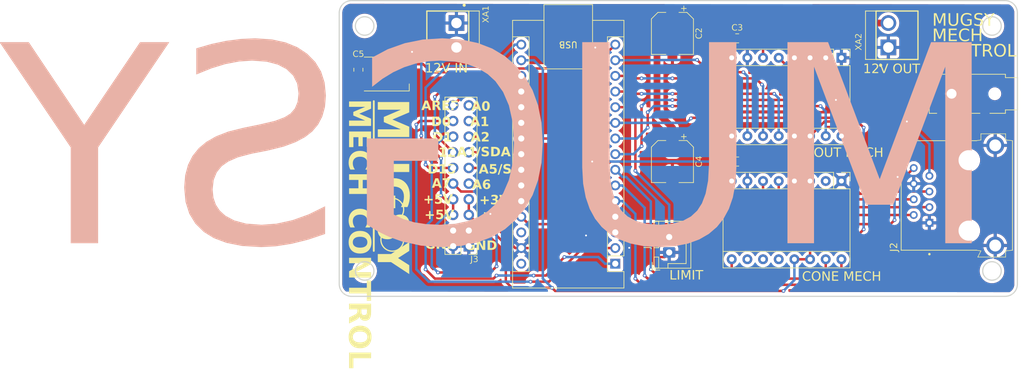
<source format=kicad_pcb>
(kicad_pcb (version 20240108) (generator "pcbnew") (generator_version "8.0")
  (layers (0 "F.Cu" signal) (31 "B.Cu" signal) (34 "B.Paste" user) (35 "F.Paste" user) (36 "B.SilkS" user "B.Silkscreen") (37 "F.SilkS" user "F.Silkscreen") (38 "B.Mask" user) (39 "F.Mask" user) (44 "Edge.Cuts" user))
  (net 0 "")
  (net 1 "SPOUT_M1")
  (net 2 "SPOUT_M0")
  (net 4 "CONE_DIR")
  (net 6 "SPOUT_DIR")
  (net 7 "SPOUT_LIMIT")
  (net 8 "SPOUT_STEP")
  (net 9 "SPOUT_M2")
  (net 10 "STATUS_LED")
  (net 11 "+5V")
  (net 12 "CONE_EN")
  (net 13 "+3.3V")
  (net 15 "CONE_STEP")
  (net 16 "+12V")
  (net 19 "CONE_OUT_1")
  (net 20 "CONE_OUT_3")
  (net 22 "GND")
  (net 24 "CONE_OUT_4")
  (net 25 "CONE_OUT_2")
  (net 26 "SPOUT_EN")
  (net 27 "SPOUT_OUT_3")
  (net 29 "SPOUT_OUT_1")
  (net 30 "SPOUT_OUT_4")
  (net 31 "SPOUT_OUT_2")
  (net 32 "D12")
  (net 33 "A0")
  (net 34 "A4{slash}SDA")
  (net 35 "D1")
  (net 36 "A1")
  (net 37 "D13")
  (net 38 "A2")
  (net 39 "D0")
  (net 40 "A6")
  (net 41 "AREF")
  (net 42 "A5{slash}SCL")
  (net 43 "A7")
  (footprint "Capacitor_SMD:C_0805_2012Metric" (layer "F.Cu") (at 74.6 48.1 -90)
    (property "Reference" "C5")
    (property "Value" "100nf")
  )
  (footprint "Capacitor_SMD:C_0805_2012Metric" (layer "F.Cu") (at 136 63)
    (property "Reference" "C1")
    (property "Value" "100nf")
  )
  (footprint "mugsy:JST_B2P-VH_LF__SN_" (layer "F.Cu") (at 160.5 42.5 90)
    (property "Reference" "XA2")
    (property "Value" "B2P-VH_LF__SN_" (hide yes))
  )
  (footprint "Module:Arduino_Nano" (layer "F.Cu") (at 116.24 79.58 180)
    (property "Reference" "A1" (hide yes))
    (property "Value" "Arduino_Nano_v3.x" (hide yes))
  )
  (footprint "LED_SMD:LED_SK6812_PLCC4_5.0x5.0mm_P3.2mm" (layer "F.Cu") (at 79.2 48.8)
    (property "Reference" "D1")
    (property "Value" "SK6812" (hide yes))
  )
  (footprint "Capacitor_SMD:CP_Elec_6.3x7.7" (layer "F.Cu") (at 125.5 63 -90)
    (property "Reference" "C4")
    (property "Value" "47uf")
  )
  (footprint "Capacitor_SMD:C_0805_2012Metric" (layer "F.Cu") (at 136 43)
    (property "Reference" "C3")
    (property "Value" "100nf")
  )
  (footprint "Module:Pololu_Breakout-16_15.2x20.3mm" (layer "F.Cu") (at 152.89 46.16 -90)
    (property "Reference" "A3" (hide yes))
    (property "Value" "Pololu_Breakout_DRV8825" (hide yes))
  )
  (footprint "Connector_PinHeader_2.54mm:PinHeader_2x10_P2.54mm_Vertical" (layer "F.Cu") (at 92.5 76.74 180)
    (property "Reference" "J3")
    (property "Value" "Conn_02x10_Odd_Even" (hide yes))
  )
  (footprint "Capacitor_SMD:CP_Elec_6.3x7.7" (layer "F.Cu") (at 125.5 42.2 -90)
    (property "Reference" "C2")
    (property "Value" "47uf")
  )
  (footprint "Connector_JST:JST_XH_B2B-XH-A_1x02_P2.50mm_Vertical" (layer "F.Cu") (at 124.975 77.75 90)
    (property "Reference" "J4")
    (property "Value" "Conn_01x02_Pin")
  )
  (footprint "Module:Pololu_Breakout-16_15.2x20.3mm" (layer "F.Cu") (at 152.89 66.16 -90)
    (property "Reference" "A2" (hide yes))
    (property "Value" "Pololu_Breakout_DRV8825" (hide yes))
  )
  (footprint "mugsy:JST_B2P-VH_LF__SN_" (layer "F.Cu") (at 90.5 42.5 -90)
    (property "Reference" "XA1")
    (property "Value" "B2P-VH_LF__SN_" (hide yes))
  )
  (footprint "Connector_Audio:Jack_3.5mm_KoreanHropartsElec_PJ-320D-4A_Horizontal" (layer "F.Cu") (at 173 52 180)
    (property "Reference" "J1")
    (property "Value" "AudioJack4" (hide yes))
  )
  (footprint "mugsy:MUGSY_RJ45-8N-B" (layer "F.Cu") (at 173.5 68.5 90)
    (property "Reference" "J2")
    (property "Value" "~")
  )
  (gr_circle (center 80.1 70.8) (end 81.943909 70.8) (stroke (width 0.2)) (fill none) (layer "F.SilkS"))
  (gr_circle (center 80.1 75.7) (end 81.943909 75.7) (stroke (width 0.2)) (fill none) (layer "F.SilkS"))
  (gr_line (start 77.1 53.2) (end 77.1 77.5) (stroke (width 0.3)) (layer "F.SilkS"))
  (gr_poly (pts (xy 179.517805 36.879328) (xy 179.619372 36.887052) (xy 179.719463 36.899771) (xy 179.817952 36.917359) (xy 179.914712 36.939691) (xy 180.009619 36.966642) (xy 180.102547 36.998086) (xy 180.19337 37.033896) (xy 180.281962 37.073948) (xy 180.368198 37.118115) (xy 180.451952 37.166273) (xy 180.533098 37.218295) (xy 180.611511 37.274055) (xy 180.687066 37.333429) (xy 180.759635 37.39629) (xy 180.829094 37.462513) (xy 180.895317 37.531972) (xy 180.958179 37.604541) (xy 181.017553 37.680095) (xy 181.073314 37.758507) (xy 181.125336 37.839654) (xy 181.173494 37.923408) (xy 181.217662 38.009644) (xy 181.257714 38.098236) (xy 181.293525 38.189059) (xy 181.324969 38.281988) (xy 181.35192 38.376895) (xy 181.374253 38.473657) (xy 181.391842 38.572146) (xy 181.404561 38.672238) (xy 181.412284 38.773806) (xy 181.414887 38.876726) (xy 181.414887 82.876726) (xy 181.412284 82.979646) (xy 181.404561 83.081214) (xy 181.391842 83.181306) (xy 181.374253 83.279795) (xy 181.35192 83.376557) (xy 181.324969 83.471464) (xy 181.293525 83.564393) (xy 181.257714 83.655216) (xy 181.217662 83.743808) (xy 181.173494 83.830044) (xy 181.125336 83.913798) (xy 181.073314 83.994945) (xy 181.017553 84.073357) (xy 180.958179 84.148911) (xy 180.895317 84.22148) (xy 180.829094 84.290939) (xy 180.759635 84.357162) (xy 180.687066 84.420023) (xy 180.611511 84.479397) (xy 180.533098 84.535157) (xy 180.451952 84.587179) (xy 180.368198 84.635337) (xy 180.281962 84.679504) (xy 180.19337 84.719556) (xy 180.102547 84.755366) (xy 180.009619 84.78681) (xy 179.914712 84.813761) (xy 179.817952 84.836093) (xy 179.719463 84.853681) (xy 179.619372 84.8664) (xy 179.517805 84.874124) (xy 179.414887 84.876726) (xy 73.5 84.876726) (xy 73.397079 84.874124) (xy 73.295509 84.8664) (xy 73.195416 84.853681) (xy 73.096926 84.836093) (xy 73.000164 84.813761) (xy 72.905256 84.78681) (xy 72.812327 84.755366) (xy 72.721504 84.719556) (xy 72.632911 84.679504) (xy 72.546675 84.635337) (xy 72.462921 84.587179) (xy 72.381775 84.535157) (xy 72.303362 84.479397) (xy 72.227808 84.420023) (xy 72.15524 84.357162) (xy 72.085781 84.290939) (xy 72.019559 84.22148) (xy 71.956698 84.148911) (xy 71.897325 84.073357) (xy 71.841565 83.994945) (xy 71.789543 83.913798) (xy 71.741386 83.830044) (xy 71.697219 83.743808) (xy 71.657168 83.655216) (xy 71.621358 83.564393) (xy 71.589915 83.471464) (xy 71.562964 83.376557) (xy 71.540632 83.279795) (xy 71.523044 83.181306) (xy 71.510326 83.081214) (xy 71.502602 82.979646) (xy 71.5 82.876726) (xy 71.5 38.876726) (xy 71.502602 38.773806) (xy 71.510326 38.672238) (xy 71.523044 38.572146) (xy 71.540632 38.473657) (xy 71.562964 38.376895) (xy 71.589915 38.281988) (xy 71.621358 38.189059) (xy 71.657168 38.098236) (xy 71.697219 38.009644) (xy 71.741386 37.923408) (xy 71.789543 37.839654) (xy 71.841565 37.758507) (xy 71.897325 37.680095) (xy 71.956698 37.604541) (xy 72.019559 37.531972) (xy 72.085781 37.462513) (xy 72.15524 37.39629) (xy 72.227808 37.333429) (xy 72.303362 37.274055) (xy 72.381775 37.218295) (xy 72.462921 37.166273) (xy 72.546675 37.118115) (xy 72.632911 37.073948) (xy 72.721504 37.033896) (xy 72.812327 36.998086) (xy 72.905256 36.966642) (xy 73.000164 36.939691) (xy 73.096926 36.917359) (xy 73.195416 36.899771) (xy 73.295509 36.887052) (xy 73.397079 36.879328) (xy 73.5 36.876726) (xy 179.414887 36.876726)) (stroke (width 0.188976)) (fill none) (layer "Edge.Cuts"))
  (gr_poly (pts (xy 177.370739 39.5) (xy 177.446915 39.505793) (xy 177.521985 39.515332) (xy 177.595852 39.528523) (xy 177.668423 39.545272) (xy 177.739604 39.565485) (xy 177.8093 39.589068) (xy 177.877418 39.615926) (xy 177.943862 39.645964) (xy 178.008539 39.67909) (xy 178.071355 39.715208) (xy 178.132214 39.754224) (xy 178.191024 39.796045) (xy 178.247689 39.840575) (xy 178.302116 39.88772) (xy 178.35421 39.937387) (xy 178.403877 39.989481) (xy 178.451023 40.043908) (xy 178.495553 40.100573) (xy 178.537373 40.159383) (xy 178.576389 40.220243) (xy 178.612507 40.283058) (xy 178.645633 40.347735) (xy 178.675672 40.41418) (xy 178.702529 40.482297) (xy 178.726112 40.551993) (xy 178.746325 40.623174) (xy 178.763074 40.695745) (xy 178.776265 40.769613) (xy 178.785804 40.844682) (xy 178.791597 40.920859) (xy 178.793549 40.998049) (xy 178.791597 41.075239) (xy 178.785804 41.151415) (xy 178.776265 41.226485) (xy 178.763074 41.300352) (xy 178.746325 41.372923) (xy 178.726112 41.444104) (xy 178.702529 41.5138) (xy 178.675672 41.581918) (xy 178.645633 41.648362) (xy 178.612507 41.713039) (xy 178.576389 41.775855) (xy 178.537373 41.836714) (xy 178.495553 41.895524) (xy 178.451023 41.952189) (xy 178.403877 42.006616) (xy 178.35421 42.05871) (xy 178.302116 42.108377) (xy 178.247689 42.155523) (xy 178.191024 42.200053) (xy 178.132214 42.241873) (xy 178.071355 42.280889) (xy 178.008539 42.317007) (xy 177.943862 42.350133) (xy 177.877418 42.380172) (xy 177.8093 42.407029) (xy 177.739604 42.430612) (xy 177.668423 42.450825) (xy 177.595852 42.467574) (xy 177.521985 42.480765) (xy 177.446915 42.490304) (xy 177.370739 42.496097) (xy 177.293549 42.498049) (xy 177.216359 42.496097) (xy 177.140182 42.490304) (xy 177.065113 42.480765) (xy 176.991245 42.467574) (xy 176.918674 42.450825) (xy 176.847493 42.430612) (xy 176.777797 42.407029) (xy 176.70968 42.380172) (xy 176.643235 42.350133) (xy 176.578558 42.317007) (xy 176.515743 42.280889) (xy 176.454883 42.241873) (xy 176.396073 42.200053) (xy 176.339408 42.155523) (xy 176.284981 42.108377) (xy 176.232887 42.05871) (xy 176.18322 42.006616) (xy 176.136075 41.952189) (xy 176.091545 41.895524) (xy 176.049724 41.836714) (xy 176.010708 41.775855) (xy 175.97459 41.713039) (xy 175.941464 41.648362) (xy 175.911426 41.581918) (xy 175.884568 41.5138) (xy 175.860985 41.444104) (xy 175.840772 41.372923) (xy 175.824023 41.300352) (xy 175.810832 41.226485) (xy 175.801293 41.151415) (xy 175.7955 41.075239) (xy 175.793549 40.998049) (xy 175.7955 40.920859) (xy 175.801293 40.844682) (xy 175.810832 40.769613) (xy 175.824023 40.695745) (xy 175.840772 40.623174) (xy 175.860985 40.551993) (xy 175.884568 40.482297) (xy 175.911426 40.41418) (xy 175.941464 40.347735) (xy 175.97459 40.283058) (xy 176.010708 40.220243) (xy 176.049724 40.159383) (xy 176.091545 40.100573) (xy 176.136075 40.043908) (xy 176.18322 39.989481) (xy 176.232887 39.937387) (xy 176.284981 39.88772) (xy 176.339408 39.840575) (xy 176.396073 39.796045) (xy 176.454883 39.754224) (xy 176.515743 39.715208) (xy 176.578558 39.67909) (xy 176.643235 39.645964) (xy 176.70968 39.615926) (xy 176.777797 39.589068) (xy 176.847493 39.565485) (xy 176.918674 39.545272) (xy 176.991245 39.528523) (xy 177.065113 39.515332) (xy 177.140182 39.505793) (xy 177.216359 39.5) (xy 177.293549 39.498049)) (stroke (width 0.188976)) (fill none) (layer "Edge.Cuts"))
  (gr_poly (pts (xy 75.698497 79.257355) (xy 75.774674 79.263148) (xy 75.849743 79.272687) (xy 75.923611 79.285878) (xy 75.996182 79.302627) (xy 76.067363 79.32284) (xy 76.137059 79.346423) (xy 76.205176 79.37328) (xy 76.271621 79.403319) (xy 76.336298 79.436445) (xy 76.399113 79.472563) (xy 76.459973 79.511579) (xy 76.518783 79.553399) (xy 76.575448 79.597929) (xy 76.629875 79.645075) (xy 76.681969 79.694742) (xy 76.731636 79.746836) (xy 76.778781 79.801263) (xy 76.823311 79.857928) (xy 76.865132 79.916738) (xy 76.904148 79.977597) (xy 76.940266 80.040413) (xy 76.973392 80.10509) (xy 77.00343 80.171534) (xy 77.030288 80.239652) (xy 77.053871 80.309348) (xy 77.074084 80.380529) (xy 77.090833 80.4531) (xy 77.104024 80.526967) (xy 77.113563 80.602037) (xy 77.119356 80.678213) (xy 77.121307 80.755403) (xy 77.119356 80.832593) (xy 77.113563 80.90877) (xy 77.104024 80.983839) (xy 77.090833 81.057707) (xy 77.074084 81.130278) (xy 77.053871 81.201459) (xy 77.030288 81.271155) (xy 77.00343 81.339272) (xy 76.973392 81.405717) (xy 76.940266 81.470394) (xy 76.904148 81.533209) (xy 76.865132 81.594069) (xy 76.823311 81.652879) (xy 76.778781 81.709544) (xy 76.731636 81.763971) (xy 76.681969 81.816065) (xy 76.629875 81.865732) (xy 76.575448 81.912877) (xy 76.518783 81.957407) (xy 76.459973 81.999228) (xy 76.399113 82.038244) (xy 76.336298 82.074362) (xy 76.271621 82.107488) (xy 76.205176 82.137526) (xy 76.137059 82.164384) (xy 76.067363 82.187967) (xy 75.996182 82.20818) (xy 75.923611 82.224929) (xy 75.849743 82.23812) (xy 75.774674 82.247659) (xy 75.698497 82.253452) (xy 75.621307 82.255403) (xy 75.544117 82.253452) (xy 75.467941 82.247659) (xy 75.392871 82.23812) (xy 75.319004 82.224929) (xy 75.246433 82.20818) (xy 75.175252 82.187967) (xy 75.105556 82.164384) (xy 75.037438 82.137526) (xy 74.970994 82.107488) (xy 74.906317 82.074362) (xy 74.843501 82.038244) (xy 74.782642 81.999228) (xy 74.723832 81.957407) (xy 74.667167 81.912877) (xy 74.61274 81.865732) (xy 74.560646 81.816065) (xy 74.510979 81.763971) (xy 74.463834 81.709544) (xy 74.419303 81.652879) (xy 74.377483 81.594069) (xy 74.338467 81.533209) (xy 74.302349 81.470394) (xy 74.269223 81.405717) (xy 74.239184 81.339272) (xy 74.212327 81.271155) (xy 74.188744 81.201459) (xy 74.168531 81.130278) (xy 74.151782 81.057707) (xy 74.138591 80.983839) (xy 74.129052 80.90877) (xy 74.123259 80.832593) (xy 74.121307 80.755403) (xy 74.123259 80.678213) (xy 74.129052 80.602037) (xy 74.138591 80.526967) (xy 74.151782 80.4531) (xy 74.168531 80.380529) (xy 74.188744 80.309348) (xy 74.212327 80.239652) (xy 74.239184 80.171534) (xy 74.269223 80.10509) (xy 74.302349 80.040413) (xy 74.338467 79.977597) (xy 74.377483 79.916738) (xy 74.419303 79.857928) (xy 74.463834 79.801263) (xy 74.510979 79.746836) (xy 74.560646 79.694742) (xy 74.61274 79.645075) (xy 74.667167 79.597929) (xy 74.723832 79.553399) (xy 74.782642 79.511579) (xy 74.843501 79.472563) (xy 74.906317 79.436445) (xy 74.970994 79.403319) (xy 75.037438 79.37328) (xy 75.105556 79.346423) (xy 75.175252 79.32284) (xy 75.246433 79.302627) (xy 75.319004 79.285878) (xy 75.392871 79.272687) (xy 75.467941 79.263148) (xy 75.544117 79.257355) (xy 75.621307 79.255403)) (stroke (width 0.188976)) (fill none) (layer "Edge.Cuts"))
  (gr_poly (pts (xy 177.370739 79.257355) (xy 177.446915 79.263148) (xy 177.521985 79.272687) (xy 177.595852 79.285878) (xy 177.668423 79.302627) (xy 177.739604 79.32284) (xy 177.8093 79.346423) (xy 177.877418 79.37328) (xy 177.943862 79.403319) (xy 178.008539 79.436445) (xy 178.071355 79.472563) (xy 178.132214 79.511579) (xy 178.191024 79.553399) (xy 178.247689 79.597929) (xy 178.302116 79.645075) (xy 178.35421 79.694742) (xy 178.403877 79.746836) (xy 178.451023 79.801263) (xy 178.495553 79.857928) (xy 178.537373 79.916738) (xy 178.576389 79.977597) (xy 178.612507 80.040413) (xy 178.645633 80.10509) (xy 178.675672 80.171534) (xy 178.702529 80.239652) (xy 178.726112 80.309348) (xy 178.746325 80.380529) (xy 178.763074 80.4531) (xy 178.776265 80.526967) (xy 178.785804 80.602037) (xy 178.791597 80.678213) (xy 178.793549 80.755403) (xy 178.791597 80.832593) (xy 178.785804 80.90877) (xy 178.776265 80.983839) (xy 178.763074 81.057707) (xy 178.746325 81.130278) (xy 178.726112 81.201459) (xy 178.702529 81.271155) (xy 178.675672 81.339272) (xy 178.645633 81.405717) (xy 178.612507 81.470394) (xy 178.576389 81.533209) (xy 178.537373 81.594069) (xy 178.495553 81.652879) (xy 178.451023 81.709544) (xy 178.403877 81.763971) (xy 178.35421 81.816065) (xy 178.302116 81.865732) (xy 178.247689 81.912877) (xy 178.191024 81.957407) (xy 178.132214 81.999228) (xy 178.071355 82.038244) (xy 178.008539 82.074362) (xy 177.943862 82.107488) (xy 177.877418 82.137526) (xy 177.8093 82.164384) (xy 177.739604 82.187967) (xy 177.668423 82.20818) (xy 177.595852 82.224929) (xy 177.521985 82.23812) (xy 177.446915 82.247659) (xy 177.370739 82.253452) (xy 177.293549 82.255403) (xy 177.216359 82.253452) (xy 177.140182 82.247659) (xy 177.065113 82.23812) (xy 176.991245 82.224929) (xy 176.918674 82.20818) (xy 176.847493 82.187967) (xy 176.777797 82.164384) (xy 176.70968 82.137526) (xy 176.643235 82.107488) (xy 176.578558 82.074362) (xy 176.515743 82.038244) (xy 176.454883 81.999228) (xy 176.396073 81.957407) (xy 176.339408 81.912877) (xy 176.284981 81.865732) (xy 176.232887 81.816065) (xy 176.18322 81.763971) (xy 176.136075 81.709544) (xy 176.091545 81.652879) (xy 176.049724 81.594069) (xy 176.010708 81.533209) (xy 175.97459 81.470394) (xy 175.941464 81.405717) (xy 175.911426 81.339272) (xy 175.884568 81.271155) (xy 175.860985 81.201459) (xy 175.840772 81.130278) (xy 175.824023 81.057707) (xy 175.810832 80.983839) (xy 175.801293 80.90877) (xy 175.7955 80.832593) (xy 175.793549 80.755403) (xy 175.7955 80.678213) (xy 175.801293 80.602037) (xy 175.810832 80.526967) (xy 175.824023 80.4531) (xy 175.840772 80.380529) (xy 175.860985 80.309348) (xy 175.884568 80.239652) (xy 175.911426 80.171534) (xy 175.941464 80.10509) (xy 175.97459 80.040413) (xy 176.010708 79.977597) (xy 176.049724 79.916738) (xy 176.091545 79.857928) (xy 176.136075 79.801263) (xy 176.18322 79.746836) (xy 176.232887 79.694742) (xy 176.284981 79.645075) (xy 176.339408 79.597929) (xy 176.396073 79.553399) (xy 176.454883 79.511579) (xy 176.515743 79.472563) (xy 176.578558 79.436445) (xy 176.643235 79.403319) (xy 176.70968 79.37328) (xy 176.777797 79.346423) (xy 176.847493 79.32284) (xy 176.918674 79.302627) (xy 176.991245 79.285878) (xy 177.065113 79.272687) (xy 177.140182 79.263148) (xy 177.216359 79.257355) (xy 177.293549 79.255403)) (stroke (width 0.188976)) (fill none) (layer "Edge.Cuts"))
  (gr_poly (pts (xy 75.698497 39.5) (xy 75.774674 39.505793) (xy 75.849743 39.515332) (xy 75.923611 39.528523) (xy 75.996182 39.545272) (xy 76.067363 39.565485) (xy 76.137059 39.589068) (xy 76.205176 39.615926) (xy 76.271621 39.645964) (xy 76.336298 39.67909) (xy 76.399113 39.715208) (xy 76.459973 39.754224) (xy 76.518783 39.796045) (xy 76.575448 39.840575) (xy 76.629875 39.88772) (xy 76.681969 39.937387) (xy 76.731636 39.989481) (xy 76.778781 40.043908) (xy 76.823311 40.100573) (xy 76.865132 40.159383) (xy 76.904148 40.220243) (xy 76.940266 40.283058) (xy 76.973392 40.347735) (xy 77.00343 40.41418) (xy 77.030288 40.482297) (xy 77.053871 40.551993) (xy 77.074084 40.623174) (xy 77.090833 40.695745) (xy 77.104024 40.769613) (xy 77.113563 40.844682) (xy 77.119356 40.920859) (xy 77.121307 40.998049) (xy 77.119356 41.075239) (xy 77.113563 41.151415) (xy 77.104024 41.226485) (xy 77.090833 41.300352) (xy 77.074084 41.372923) (xy 77.053871 41.444104) (xy 77.030288 41.5138) (xy 77.00343 41.581918) (xy 76.973392 41.648362) (xy 76.940266 41.713039) (xy 76.904148 41.775855) (xy 76.865132 41.836714) (xy 76.823311 41.895524) (xy 76.778781 41.952189) (xy 76.731636 42.006616) (xy 76.681969 42.05871) (xy 76.629875 42.108377) (xy 76.575448 42.155523) (xy 76.518783 42.200053) (xy 76.459973 42.241873) (xy 76.399113 42.280889) (xy 76.336298 42.317007) (xy 76.271621 42.350133) (xy 76.205176 42.380172) (xy 76.137059 42.407029) (xy 76.067363 42.430612) (xy 75.996182 42.450825) (xy 75.923611 42.467574) (xy 75.849743 42.480765) (xy 75.774674 42.490304) (xy 75.698497 42.496097) (xy 75.621307 42.498049) (xy 75.544117 42.496097) (xy 75.467941 42.490304) (xy 75.392871 42.480765) (xy 75.319004 42.467574) (xy 75.246433 42.450825) (xy 75.175252 42.430612) (xy 75.105556 42.407029) (xy 75.037438 42.380172) (xy 74.970994 42.350133) (xy 74.906317 42.317007) (xy 74.843501 42.280889) (xy 74.782642 42.241873) (xy 74.723832 42.200053) (xy 74.667167 42.155523) (xy 74.61274 42.108377) (xy 74.560646 42.05871) (xy 74.510979 42.006616) (xy 74.463834 41.952189) (xy 74.419303 41.895524) (xy 74.377483 41.836714) (xy 74.338467 41.775855) (xy 74.302349 41.713039) (xy 74.269223 41.648362) (xy 74.239184 41.581918) (xy 74.212327 41.5138) (xy 74.188744 41.444104) (xy 74.168531 41.372923) (xy 74.151782 41.300352) (xy 74.138591 41.226485) (xy 74.129052 41.151415) (xy 74.123259 41.075239) (xy 74.121307 40.998049) (xy 74.123259 40.920859) (xy 74.129052 40.844682) (xy 74.138591 40.769613) (xy 74.151782 40.695745) (xy 74.168531 40.623174) (xy 74.188744 40.551993) (xy 74.212327 40.482297) (xy 74.239184 40.41418) (xy 74.269223 40.347735) (xy 74.302349 40.283058) (xy 74.338467 40.220243) (xy 74.377483 40.159383) (xy 74.419303 40.100573) (xy 74.463834 40.043908) (xy 74.510979 39.989481) (xy 74.560646 39.937387) (xy 74.61274 39.88772) (xy 74.667167 39.840575) (xy 74.723832 39.796045) (xy 74.782642 39.754224) (xy 74.843501 39.715208) (xy 74.906317 39.67909) (xy 74.970994 39.645964) (xy 75.037438 39.615926) (xy 75.105556 39.589068) (xy 75.175252 39.565485) (xy 75.246433 39.545272) (xy 75.319004 39.528523) (xy 75.392871 39.515332) (xy 75.467941 39.505793) (xy 75.544117 39.5) (xy 75.621307 39.498049)) (stroke (width 0.188976)) (fill none) (layer "Edge.Cuts"))
  (gr_text "MUGSY" (at 178.4 81.7 0) (layer "B.SilkS") (effects (font (size 32 32) (thickness 0.1)) (justify left bottom mirror)))
  (gr_text "GND\n" (at 85.4 77.4 0) (layer "F.SilkS") (effects (font (size 1.5 1.5) (thickness 0.3) (bold yes)) (justify left bottom)))
  (gr_text "+5V" (at 85.3 72.6 0) (layer "F.SilkS") (effects (font (size 1.5 1.5) (thickness 0.3) (bold yes)) (justify left bottom)))
  (gr_text "MECH\n" (at 167.6 43.8 0) (layer "F.SilkS") (effects (font (size 2 2)) (justify left bottom)))
  (gr_text "A7" (at 86.5 67.5 0) (layer "F.SilkS") (effects (font (size 1.5 1.5) (thickness 0.3) (bold yes)) (justify left bottom)))
  (gr_text "LIMIT" (at 125 82.4 0) (layer "F.SilkS") (effects (font (size 1.5 1.5) (thickness 0.1)) (justify left bottom)))
  (gr_text "MECH CONTROL\n" (at 72.5 52.8 -90) (layer "F.SilkS") (effects (font (size 3.5 3.5) (thickness 0.3) (bold yes)) (justify left bottom)))
  (gr_text "CONTROL" (at 167.6 46.3 0) (layer "F.SilkS") (effects (font (size 2 2)) (justify left bottom)))
  (gr_text "D12" (at 85.8 62.5 0) (layer "F.SilkS") (effects (font (size 1.5 1.5) (thickness 0.3) (bold yes)) (justify left bottom)))
  (gr_text "D1\n" (at 86.6 60 0) (layer "F.SilkS") (effects (font (size 1.5 1.5) (thickness 0.3) (bold yes)) (justify left bottom)))
  (gr_text "MUGSY" (at 76.9 52.7 270) (layer "F.SilkS") (effects (font (size 5 5) (thickness 0.3) (bold yes)) (justify left bottom)))
  (gr_text "GND\n" (at 97.1 77.6 0) (layer "F.SilkS") (effects (font (size 1.5 1.5) (thickness 0.3) (bold yes)) (justify right bottom)))
  (gr_text "MUGSY" (at 167.6 41.3 0) (layer "F.SilkS") (effects (font (size 2 2)) (justify left bottom)))
  (gr_text "A2" (at 95.9 60 0) (layer "F.SilkS") (effects (font (size 1.5 1.5) (thickness 0.3) (bold yes)) (justify right bottom)))
  (gr_text "AREF" (at 84.8 54.9 0) (layer "F.SilkS") (effects (font (size 1.5 1.5) (thickness 0.3) (bold yes)) (justify left bottom)))
  (gr_text "A6\n" (at 96.1 67.7 0) (layer "F.SilkS") (effects (font (size 1.5 1.5) (thickness 0.3) (bold yes)) (justify right bottom)))
  (gr_text "D0\n" (at 86.4 57.5 0) (layer "F.SilkS") (effects (font (size 1.5 1.5) (thickness 0.3) (bold yes)) (justify left bottom)))
  (gr_text "D13" (at 85.8 65.2 0) (layer "F.SilkS") (effects (font (size 1.5 1.5) (thickness 0.3) (bold yes)) (justify left bottom)))
  (gr_text "GND\n" (at 97 75.3 0) (layer "F.SilkS") (effects (font (size 1.5 1.5) (thickness 0.3) (bold yes)) (justify right bottom)))
  (gr_text "GND\n" (at 85.4 75.2 0) (layer "F.SilkS") (effects (font (size 1.5 1.5) (thickness 0.3) (bold yes)) (justify left bottom)))
  (gr_text "A5/SCL" (at 94.1 65.2 0) (layer "F.SilkS") (effects (font (size 1.5 1.5) (thickness 0.3) (bold yes)) (justify left bottom)))
  (gr_text "+3V" (at 94.2 72.8 0) (layer "F.SilkS") (effects (font (size 1.5 1.5) (thickness 0.3) (bold yes)) (justify left bottom)))
  (gr_text "SPOUT MECH" (at 145.8 62.5 0) (layer "F.SilkS") (effects (font (size 1.5 1.5) (thickness 0.1)) (justify left bottom)))
  (gr_text "+3V" (at 94.2 70.2 0) (layer "F.SilkS") (effects (font (size 1.5 1.5) (thickness 0.3) (bold yes)) (justify left bottom)))
  (gr_text "12V IN\n" (at 85.4 48.8 0) (layer "F.SilkS") (effects (font (size 1.5 1.5) (thickness 0.1)) (justify left bottom)))
  (gr_text "A0" (at 96 55 0) (layer "F.SilkS") (effects (font (size 1.5 1.5) (thickness 0.3) (bold yes)) (justify right bottom)))
  (gr_text "CONE MECH" (at 146.5 82.6 0) (layer "F.SilkS") (effects (font (size 1.5 1.5) (thickness 0.1)) (justify left bottom)))
  (gr_text "A1" (at 95.8 57.5 0) (layer "F.SilkS") (effects (font (size 1.5 1.5) (thickness 0.3) (bold yes)) (justify right bottom)))
  (gr_text "12V OUT" (at 156.4 48.9 0) (layer "F.SilkS") (effects (font (size 1.5 1.5) (thickness 0.1)) (justify left bottom)))
  (gr_text "+5V" (at 85.1 70.1 0) (layer "F.SilkS") (effects (font (size 1.5 1.5) (thickness 0.3) (bold yes)) (justify left bottom)))
  (gr_text "A4/SDA" (at 99.3 62.4 0) (layer "F.SilkS") (effects (font (size 1.5 1.5) (thickness 0.3) (bold yes)) (justify right bottom)))
  (segment (start 139 49.5) (end 125.5 49.5) (width 0.4) (layer "F.Cu") (net 1))
  (segment (start 118 49.5) (end 117.6 49.1) (width 0.4) (layer "F.Cu") (net 1))
  (segment (start 140 50.5) (end 139 49.5) (width 0.4) (layer "F.Cu") (net 1))
  (segment (start 117.6 49.1) (end 116.24 49.1) (width 0.4) (layer "F.Cu") (net 1))
  (segment (start 120.5 49.5) (end 118 49.5) (width 0.4) (layer "F.Cu") (net 1))
  (via (at 125.5 49.5) (size 0.6) (drill 0.3) (layers "F.Cu" "B.Cu") (net 1))
  (via (at 120.5 49.5) (size 0.6) (drill 0.3) (layers "F.Cu" "B.Cu") (net 1))
  (via (at 140 50.5) (size 0.6) (drill 0.3) (layers "F.Cu" "B.Cu") (net 1))
  (segment (start 140.19 50.69) (end 140 50.5) (width 0.4) (layer "B.Cu") (net 1))
  (segment (start 140.19 58.86) (end 140.19 50.69) (width 0.4) (layer "B.Cu") (net 1))
  (segment (start 125.5 49.5) (end 120.5 49.5) (width 0.4) (layer "B.Cu") (net 1))
  (segment (start 131.5 48.5) (end 129.5 46.5) (width 0.4) (layer "F.Cu") (net 2))
  (segment (start 137 48.5) (end 131.5 48.5) (width 0.4) (layer "F.Cu") (net 2))
  (via (at 129.5 46.5) (size 0.6) (drill 0.3) (layers "F.Cu" "B.Cu") (net 2))
  (via (at 137 48.5) (size 0.6) (drill 0.3) (layers "F.Cu" "B.Cu") (net 2))
  (segment (start 137.65 54.85) (end 137.65 58.86) (width 0.4) (layer "B.Cu") (net 2))
  (segment (start 137.65 54.65) (end 137.65 54.85) (width 0.4) (layer "B.Cu") (net 2))
  (segment (start 116.24 46.56) (end 129.5 46.5) (width 0.4) (layer "B.Cu") (net 2))
  (segment (start 137.65 54.65) (end 137.65 49.15) (width 0.4) (layer "B.Cu") (net 2))
  (segment (start 137.65 49.15) (end 137 48.5) (width 0.4) (layer "B.Cu") (net 2))
  (segment (start 129.5 46.5) (end 129.56 46.56) (width 0.4) (layer "B.Cu") (net 2))
  (segment (start 119.5 82) (end 120.5 83) (width 0.4) (layer "F.Cu") (net 4))
  (segment (start 152.89 81.11) (end 152.89 78.86) (width 0.4) (layer "F.Cu") (net 4))
  (segment (start 151 83) (end 152.89 81.11) (width 0.4) (layer "F.Cu") (net 4))
  (segment (start 119.5 82) (end 119.75 82.25) (width 0.4) (layer "F.Cu") (net 4))
  (segment (start 120.5 83) (end 151 83) (width 0.4) (layer "F.Cu") (net 4))
  (via (at 119.5 82) (size 0.6) (drill 0.3) (layers "F.Cu" "B.Cu") (net 4))
  (segment (start 119.5 71.5) (end 117.42 69.42) (width 0.4) (layer "B.Cu") (net 4))
  (segment (start 119.5 82) (end 119.5 71.5) (width 0.4) (layer "B.Cu") (net 4))
  (segment (start 117.42 69.42) (end 116.24 69.42) (width 0.4) (layer "B.Cu") (net 4))
  (segment (start 152 53) (end 125.5 53) (width 0.4) (layer "F.Cu") (net 6))
  (segment (start 120.5 54) (end 120.5 60.5) (width 0.4) (layer "F.Cu") (net 6))
  (via (at 120.5 60.5) (size 0.6) (drill 0.3) (layers "F.Cu" "B.Cu") (net 6))
  (via (at 120.5 54) (size 0.6) (drill 0.3) (layers "F.Cu" "B.Cu") (net 6))
  (via (at 152 53) (size 0.6) (drill 0.3) (layers "F.Cu" "B.Cu") (net 6))
  (via (at 125.5 53) (size 0.6) (drill 0.3) (layers "F.Cu" "B.Cu") (net 6))
  (segment (start 121.5 53) (end 120.5 54) (width 0.4) (layer "B.Cu") (net 6))
  (segment (start 125.5 53) (end 121.5 53) (width 0.4) (layer "B.Cu") (net 6))
  (segment (start 120.5 60.5) (end 119.2 61.8) (width 0.4) (layer "B.Cu") (net 6))
  (segment (start 119.2 61.8) (end 116.24 61.8) (width 0.4) (layer "B.Cu") (net 6))
  (segment (start 152.89 58.86) (end 152.89 53.89) (width 0.4) (layer "B.Cu") (net 6))
  (segment (start 152.89 53.89) (end 152 53) (width 0.4) (layer "B.Cu") (net 6))
  (segment (start 118.18 54.18) (end 116.24 54.18) (width 0.4) (layer "F.Cu") (net 7))
  (segment (start 119.5 55.5) (end 118.18 54.18) (width 0.4) (layer "F.Cu") (net 7))
  (segment (start 119.5 64.5) (end 119.5 55.5) (width 0.4) (layer "F.Cu") (net 7))
  (via (at 119.5 64.5) (size 0.6) (drill 0.3) (layers "F.Cu" "B.Cu") (net 7))
  (segment (start 119.45 64.5) (end 119.5 64.55) (width 0.4) (layer "B.Cu") (net 7))
  (segment (start 119.5 64.55) (end 119.5 64.5) (width 0.4) (layer "B.Cu") (net 7))
  (segment (start 124.975 70.025) (end 119.5 64.55) (width 0.4) (layer "B.Cu") (net 7))
  (segment (start 119.5 64.5) (end 119.45 64.5) (width 0.4) (layer "B.Cu") (net 7))
  (segment (start 124.975 75.25) (end 124.975 70.025) (width 0.4) (layer "B.Cu") (net 7))
  (segment (start 121.5 55) (end 121.5 57.5) (width 0.4) (layer "F.Cu") (net 8))
  (segment (start 149.5 54) (end 125.5 54) (width 0.4) (layer "F.Cu") (net 8))
  (via (at 121.5 55) (size 0.6) (drill 0.3) (layers "F.Cu" "B.Cu") (net 8))
  (via (at 149.5 54) (size 0.6) (drill 0.3) (layers "F.Cu" "B.Cu") (net 8))
  (via (at 125.5 54) (size 0.6) (drill 0.3) (layers "F.Cu" "B.Cu") (net 8))
  (via (at 121.5 57.5) (size 0.6) (drill 0.3) (layers "F.Cu" "B.Cu") (net 8))
  (segment (start 122.5 54) (end 121.5 55) (width 0.4) (layer "B.Cu") (net 8))
  (segment (start 119.74 59.26) (end 116.24 59.26) (width 0.4) (layer "B.Cu") (net 8))
  (segment (start 150.35 54.85) (end 149.5 54) (width 0.4) (layer "B.Cu") (net 8))
  (segment (start 121.5 57.5) (end 119.74 59.26) (width 0.4) (layer "B.Cu") (net 8))
  (segment (start 150.35 58.86) (end 150.35 54.85) (width 0.4) (layer "B.Cu") (net 8))
  (segment (start 125.5 54) (end 122.5 54) (width 0.4) (layer "B.Cu") (net 8))
  (segment (start 120.5 52) (end 118 52) (width 0.4) (layer "F.Cu") (net 9))
  (segment (start 142 52) (end 125.5 52) (width 0.4) (layer "F.Cu") (net 9))
  (segment (start 118 52) (end 117.64 51.64) (width 0.4) (layer "F.Cu") (net 9))
  (segment (start 117.64 51.64) (end 116.24 51.64) (width 0.4) (layer "F.Cu") (net 9))
  (via (at 142 52) (size 0.6) (drill 0.3) (layers "F.Cu" "B.Cu") (net 9))
  (via (at 120.5 52) (size 0.6) (drill 0.3) (layers "F.Cu" "B.Cu") (net 9))
  (via (at 125.5 52) (size 0.6) (drill 0.3) (layers "F.Cu" "B.Cu") (net 9))
  (segment (start 142.73 52.73) (end 142.5 52.5) (width 0.4) (layer "B.Cu") (net 9))
  (segment (start 142.73 58.86) (end 142.73 52.73) (width 0.4) (layer "B.Cu") (net 9))
  (segment (start 125.5 52) (end 120.5 52) (width 0.4) (layer "B.Cu") (net 9))
  (segment (start 142.5 52.5) (end 142 52) (width 0.4) (layer "B.Cu") (net 9))
  (segment (start 113 44.5) (end 110 41.5) (width 0.4) (layer "F.Cu") (net 10))
  (segment (start 128.6 55.9) (end 157.9 55.9) (width 0.4) (layer "F.Cu") (net 10))
  (segment (start 96.5 44) (end 96.5 46.5) (width 0.4) (layer "F.Cu") (net 10))
  (segment (start 86.4 48.5) (end 85.1 47.2) (width 0.4) (layer "F.Cu") (net 10))
  (segment (start 157.9 55.9) (end 158 56) (width 0.4) (layer "F.Cu") (net 10))
  (segment (start 99 41.5) (end 96.5 44) (width 0.4) (layer "F.Cu") (net 10))
  (segment (start 96.5 46.5) (end 94.5 48.5) (width 0.4) (layer "F.Cu") (net 10))
  (segment (start 158 56) (end 158.5 56.5) (width 0.4) (layer "F.Cu") (net 10))
  (segment (start 158.5 56.5) (end 163.5 56.5) (width 0.4) (layer "F.Cu") (net 10))
  (segment (start 128.5 56) (end 128.6 55.9) (width 0.4) (layer "F.Cu") (net 10))
  (segment (start 110 41.5) (end 99 41.5) (width 0.4) (layer "F.Cu") (net 10))
  (segment (start 85.1 47.2) (end 81.65 47.2) (width 0.4) (layer "F.Cu") (net 10))
  (segment (start 94.5 48.5) (end 86.4 48.5) (width 0.4) (layer "F.Cu") (net 10))
  (via (at 128.5 56) (size 0.6) (drill 0.3) (layers "F.Cu" "B.Cu") (net 10))
  (via (at 163.5 56.5) (size 0.6) (drill 0.3) (layers "F.Cu" "B.Cu") (net 10))
  (via (at 113 44.5) (size 0.6) (drill 0.3) (layers "F.Cu" "B.Cu") (net 10))
  (segment (start 163.5 56.5) (end 167.15 60.15) (width 0.4) (layer "B.Cu") (net 10))
  (segment (start 127.78 56.72) (end 128.5 56) (width 0.4) (layer "B.Cu") (net 10))
  (segment (start 114.72 56.72) (end 116.24 56.72) (width 0.4) (layer "B.Cu") (net 10))
  (segment (start 167.15 60.15) (end 167.15 65.325) (width 0.4) (layer "B.Cu") (net 10))
  (segment (start 116.24 56.72) (end 127.78 56.72) (width 0.4) (layer "B.Cu") (net 10))
  (segment (start 113 44.5) (end 113 55) (width 0.4) (layer "B.Cu") (net 10))
  (segment (start 113 55) (end 114.72 56.72) (width 0.4) (layer "B.Cu") (net 10))
  (segment (start 84.8 59.3) (end 84.8 58.8) (width 0.4) (layer "F.Cu") (net 11))
  (segment (start 83.3 45.2) (end 82.8 44.7) (width 0.4) (layer "F.Cu") (net 11))
  (segment (start 76.7 47.15) (end 76.75 47.2) (width 0.4) (layer "F.Cu") (net 11))
  (segment (start 96 81) (end 97 80) (width 0.4) (layer "F.Cu") (net 11))
  (segment (start 86.5 61) (end 84.8 59.3) (width 0.4) (layer "F.Cu") (net 11))
  (segment (start 74.6 45.6) (end 74.6 47.15) (width 0.4) (layer "F.Cu") (net 11))
  (segment (start 75.5 44.7) (end 74.6 45.6) (width 0.4) (layer "F.Cu") (net 11))
  (segment (start 102.2 73.16) (end 160.84 73.16) (width 0.4) (layer "F.Cu") (net 11))
  (segment (start 74.6 47.15) (end 76.7 47.15) (width 0.4) (layer "F.Cu") (net 11))
  (segment (start 162 65.5) (end 163.165 65.5) (width 0.4) (layer "F.Cu") (net 11))
  (segment (start 163.165 65.5) (end 164.61 64.055) (width 0.4) (layer "F.Cu") (net 11))
  (segment (start 101 71.96) (end 102.2 73.16) (width 0.4) (layer "F.Cu") (net 11))
  (segment (start 160.84 73.16) (end 161.5 72.5) (width 0.4) (layer "F.Cu") (net 11))
  (segment (start 88.62 69.12) (end 89.96 69.12) (width 0.4) (layer "F.Cu") (net 11))
  (segment (start 89.96 69.12) (end 89.96 71.66) (width 0.4) (layer "F.Cu") (net 11))
  (segment (start 87.5 81) (end 96 81) (width 0.4) (layer "F.Cu") (net 11))
  (segment (start 84.8 58.8) (end 84.8 58.9) (width 0.4) (layer "F.Cu") (net 11))
  (segment (start 82.8 44.7) (end 75.5 44.7) (width 0.4) (layer "F.Cu") (net 11))
  (segment (start 86.5 61) (end 88 62.5) (width 0.4) (layer "F.Cu") (net 11))
  (segment (start 88 68.5) (end 88.62 69.12) (width 0.4) (layer "F.Cu") (net 11))
  (via (at 162 65.5) (size 0.6) (drill 0.3) (layers "F.Cu" "B.Cu") (net 11))
  (via (at 161.5 72.5) (size 0.6) (drill 0.3) (layers "F.Cu" "B.Cu") (net 11))
  (via (at 84.8 58.8) (size 0.6) (drill 0.3) (layers "F.Cu" "B.Cu") (net 11))
  (via (at 83.3 45.2) (size 0.6) (drill 0.3) (layers "F.Cu" "B.Cu") (net 11))
  (via (at 88 68.5) (size 0.6) (drill 0.3) (layers "F.Cu" "B.Cu") (net 11))
  (via (at 97 80) (size 0.6) (drill 0.3) (layers "F.Cu" "B.Cu") (net 11))
  (via (at 88 62.5) (size 0.6) (drill 0.3) (layers "F.Cu" "B.Cu") (net 11))
  (via (at 87.5 81) (size 0.6) (drill 0.3) (layers "F.Cu" "B.Cu") (net 11))
  (segment (start 84.8 46.7) (end 83.3 45.2) (width 0.4) (layer "B.Cu") (net 11))
  (segment (start 161.5 66) (end 162 65.5) (width 0.4) (layer "B.Cu") (net 11))
  (segment (start 86.5 74) (end 88.84 71.66) (width 0.4) (layer "B.Cu") (net 11))
  (segment (start 97 80) (end 97 73) (width 0.4) (layer "B.Cu") (net 11))
  (segment (start 87.5 81) (end 86.5 80) (width 0.4) (layer "B.Cu") (net 11))
  (segment (start 84.8 58.8) (end 84.8 46.7) (width 0.4) (layer "B.Cu") (net 11))
  (segment (start 97 73) (end 98.04 71.96) (width 0.4) (layer "B.Cu") (net 11))
  (segment (start 161.5 72.5) (end 161.5 66) (width 0.4) (layer "B.Cu") (net 11))
  (segment (start 88.84 71.66) (end 89.96 71.66) (width 0.4) (layer "B.Cu") (net 11))
  (segment (start 86.5 80) (end 86.5 74) (width 0.4) (layer "B.Cu") (net 11))
  (segment (start 98.04 71.96) (end 101 71.96) (width 0.4) (layer "B.Cu") (net 11))
  (segment (start 88 62.5) (end 88 68.5) (width 0.4) (layer "B.Cu") (net 11))
  (segment (start 135.11 80.39) (end 134.5 81) (width 0.4) (layer "F.Cu") (net 12))
  (segment (start 134.5 81) (end 123.5 81) (width 0.4) (layer "F.Cu") (net 12))
  (segment (start 135.11 78.86) (end 135.11 80.39) (width 0.4) (layer "F.Cu") (net 12))
  (segment (start 122.5 81) (end 122 80.5) (width 0.4) (layer "F.Cu") (net 12))
  (segment (start 123.5 81) (end 122.5 81) (width 0.4) (layer "F.Cu") (net 12))
  (via (at 122 80.5) (size 0.6) (drill 0.3) (layers "F.Cu" "B.Cu") (net 12))
  (segment (start 122 69.5) (end 118 65.5) (width 0.4) (layer "B.Cu") (net 12))
  (segment (start 117.4 65.5) (end 116.24 64.34) (width 0.4) (layer "B.Cu") (net 12))
  (segment (start 122 80.5) (end 122 69.5) (width 0.4) (layer "B.Cu") (net 12))
  (segment (start 118 65.5) (end 117.4 65.5) (width 0.4) (layer "B.Cu") (net 12))
  (segment (start 99.5 83.5) (end 106 83.5) (width 0.4) (layer "F.Cu") (net 13))
  (segment (start 145.27 78.86) (end 147.81 78.86) (width 0.4) (layer "F.Cu") (net 13))
  (segment (start 106.5 84) (end 143.5 84) (width 0.4) (layer "F.Cu") (net 13))
  (segment (start 95 73) (end 98.5 76.5) (width 0.4) (layer "F.Cu") (net 13))
  (segment (start 154.5 76) (end 149 76) (width 0.4) (layer "F.Cu") (net 13))
  (segment (start 147.81 77.19) (end 147.81 78.86) (width 0.4) (layer "F.Cu") (net 13))
  (segment (start 156.5 57.5) (end 155.5 56.5) (width 0.4) (layer "F.Cu") (net 13))
  (segment (start 106 83.5) (end 106.5 84) (width 0.4) (layer "F.Cu") (net 13))
  (segment (start 155.5 56.5) (end 150.17 56.5) (width 0.4) (layer "F.Cu") (net 13))
  (segment (start 156.5 74) (end 154.5 76) (width 0.4) (layer "F.Cu") (net 13))
  (segment (start 93.84 73) (end 95 73) (width 0.4) (layer "F.Cu") (net 13))
  (segment (start 145.27 58.86) (end 147.81 58.86) (width 0.4) (layer "F.Cu") (net 13))
  (segment (start 98.5 82.5) (end 99.5 83.5) (width 0.4) (layer "F.Cu") (net 13))
  (segment (start 150.17 56.5) (end 147.81 58.86) (width 0.4) (layer "F.Cu") (net 13))
  (segment (start 149 76) (end 147.81 77.19) (width 0.4) (layer "F.Cu") (net 13))
  (segment (start 92.5 69.12) (end 92.5 71.66) (width 0.4) (layer "F.Cu") (net 13))
  (segment (start 92.5 71.66) (end 93.84 73) (width 0.4) (layer "F.Cu") (net 13))
  (segment (start 98.5 76.5) (end 98.5 82.5) (width 0.4) (layer "F.Cu") (net 13))
  (via (at 156.5 74) (size 0.6) (drill 0.3) (layers "F.Cu" "B.Cu") (net 13))
  (via (at 156.5 57.5) (size 0.6) (drill 0.3) (layers "F.Cu" "B.Cu") (net 13))
  (via (at 143.5 84) (size 0.6) (drill 0.3) (layers "F.Cu" "B.Cu") (net 13))
  (via (at 106 83.5) (size 0.6) (drill 0.3) (layers "F.Cu" "B.Cu") (net 13))
  (segment (start 104.5 82) (end 106 83.5) (width 0.4) (layer "B.Cu") (net 13))
  (segment (start 101 46.56) (end 103.06 46.56) (width 0.4) (layer "B.Cu") (net 13))
  (segment (start 145.27 82.23) (end 145.27 78.86) (width 0.4) (layer "B.Cu") (net 13))
  (segment (start 103.06 46.56) (end 104.5 48) (width 0.4) (layer "B.Cu") (net 13))
  (segment (start 143.5 84) (end 145.27 82.23) (width 0.4) (layer "B.Cu") (net 13))
  (segment (start 104.5 48) (end 104.5 82) (width 0.4) (layer "B.Cu") (net 13))
  (segment (start 156.5 57.5) (end 156.5 74) (width 0.4) (layer "B.Cu") (net 13))
  (segment (start 150.35 81.15) (end 149.5 82) (width 0.4) (layer "F.Cu") (net 15))
  (segment (start 150.35 78.86) (end 150.35 81.15) (width 0.4) (layer "F.Cu") (net 15))
  (segment (start 121.5 82) (end 121 81.5) (width 0.4) (layer "F.Cu") (net 15))
  (segment (start 149.5 82) (end 121.5 82) (width 0.4) (layer "F.Cu") (net 15))
  (via (at 121 81.5) (size 0.6) (drill 0.3) (layers "F.Cu" "B.Cu") (net 15))
  (segment (start 117.38 66.88) (end 116.24 66.88) (width 0.4) (layer "B.Cu") (net 15))
  (segment (start 121 70.5) (end 117.38 66.88) (width 0.4) (layer "B.Cu") (net 15))
  (segment (start 121 81.5) (end 121 70.5) (width 0.4) (layer "B.Cu") (net 15))
  (segment (start 132.6 39.5) (end 135.05 41.95) (width 1.1) (layer "F.Cu") (net 16))
  (segment (start 116.5 39.5) (end 119 39.5) (width 1.1) (layer "F.Cu") (net 16))
  (segment (start 132.35 60.3) (end 135.05 63) (width 1.1) (layer "F.Cu") (net 16))
  (segment (start 123 43.5) (end 123 55) (width 1.1) (layer "F.Cu") (net 16))
  (segment (start 149.52 40.52) (end 147.5 38.5) (width 1.1) (layer "F.Cu") (net 16))
  (segment (start 98.5 39.5) (end 116.5 39.5) (width 1.1) (layer "F.Cu") (net 16))
  (segment (start 90.5 44.48) (end 93.52 44.48) (width 1.1) (layer "F.Cu") (net 16))
  (segment (start 123 55) (end 125.5 57.5) (width 1.1) (layer "F.Cu") (net 16))
  (segment (start 135.05 46.1) (end 135.11 46.16) (width 1.1) (layer "F.Cu") (net 16))
  (segment (start 125.5 57.5) (end 125.5 60.3) (width 1.1) (layer "F.Cu") (net 16))
  (segment (start 160.5 40.52) (end 149.52 40.52) (width 1.1) (layer "F.Cu") (net 16))
  (segment (start 135.05 63) (end 135.05 66.1) (width 1.1) (layer "F.Cu") (net 16))
  (segment (start 93.52 44.48) (end 98.5 39.5) (width 1.1) (layer "F.Cu") (net 16))
  (segment (start 125.5 60.3) (end 132.35 60.3) (width 1.1) (layer "F.Cu") (net 16))
  (segment (start 116.5 39.5) (end 125.5 39.5) (width 1.1) (layer "F.Cu") (net 16))
  (segment (start 119 39.5) (end 123 43.5) (width 1.1) (layer "F.Cu") (net 16))
  (segment (start 135.05 66.1) (end 135.11 66.16) (width 1.1) (layer "F.Cu") (net 16))
  (segment (start 147.5 38.5) (end 133.6 38.5) (width 1.1) (layer "F.Cu") (net 16))
  (segment (start 135.05 41.95) (end 135.05 43) (width 1.1) (layer "F.Cu") (net 16))
  (segment (start 135.05 43) (end 135.05 46.1) (width 1.1) (layer "F.Cu") (net 16))
  (segment (start 133.6 38.5) (end 132.6 39.5) (width 1.1) (layer "F.Cu") (net 16))
  (segment (start 125.5 39.5) (end 132.6 39.5) (width 1.1) (layer "F.Cu") (net 16))
  (segment (start 143.175 71.675) (end 140.19 68.69) (width 0.4) (layer "F.Cu") (net 19))
  (segment (start 140.19 68.69) (end 140.19 66.16) (width 0.4) (layer "F.Cu") (net 19))
  (segment (start 164.61 71.675) (end 143.175 71.675) (width 0.4) (layer "F.Cu") (net 19))
  (segment (start 147.81 66.16) (end 147.81 67.31) (width 0.4) (layer "F.Cu") (net 20))
  (segment (start 147.81 67.31) (end 149.635 69.135) (width 0.4) (layer "F.Cu") (net 20))
  (segment (start 149.635 69.135) (end 164.61 69.135) (width 0.4) (layer "F.Cu") (net 20))
  (segment (start 101 77.04) (end 109.46 77.04) (width 0.4) (layer "F.Cu") (net 22))
  (segment (start 109.46 77.04) (end 111.5 75) (width 0.4) (layer "F.Cu") (net 22))
  (segment (start 118.5 77) (end 120 78.5) (width 0.4) (layer "F.Cu") (net 22))
  (segment (start 120 78.5) (end 124.225 78.5) (width 0.4) (layer "F.Cu") (net 22))
  (segment (start 99.5 76.5) (end 99.5 74.5) (width 0.4) (layer "F.Cu") (net 22))
  (segment (start 99.5 74.5) (end 99 74) (width 0.4) (layer "F.Cu") (net 22))
  (segment (start 100.04 77.04) (end 99.5 76.5) (width 0.4) (layer "F.Cu") (net 22))
  (segment (start 96.5 71.5) (end 96 71.5) (width 0.4) (layer "F.Cu") (net 22))
  (segment (start 124.225 78.5) (end 124.975 77.75) (width 0.4) (layer "F.Cu") (net 22))
  (segment (start 101 77.04) (end 100.04 77.04) (width 0.4) (layer "F.Cu") (net 22))
  (segment (start 99 74) (end 96.5 71.5) (width 0.4) (layer "F.Cu") (net 22))
  (via (at 118.5 77) (size 0.6) (drill 0.3) (layers "F.Cu" "B.Cu") (net 22))
  (via (at 96 71.5) (size 0.6) (drill 0.3) (layers "F.Cu" "B.Cu") (net 22))
  (via (at 111.5 75) (size 0.6) (drill 0.3) (layers "F.Cu" "B.Cu") (net 22))
  (segment (start 118.5 72.5) (end 118.5 77) (width 0.4) (layer "B.Cu") (net 22))
  (segment (start 93.8 74.2) (end 94.5 73.5) (width 0.4) (layer "B.Cu") (net 22))
  (segment (start 94.5 73.5) (end 94.5 72.5) (width 0.4) (layer "B.Cu") (net 22))
  (segment (start 116.24 71.96) (end 117.96 71.96) (width 0.4) (layer "B.Cu") (net 22))
  (segment (start 92.5 74.2) (end 93.8 74.2) (width 0.4) (layer "B.Cu") (net 22))
  (segment (start 111.5 75) (end 114.54 71.96) (width 0.4) (layer "B.Cu") (net 22))
  (segment (start 117.96 71.96) (end 118.5 72.5) (width 0.4) (layer "B.Cu") (net 22))
  (segment (start 94.5 72.5) (end 95.5 71.5) (width 0.4) (layer "B.Cu") (net 22))
  (segment (start 95.5 71.5) (end 96 71.5) (width 0.4) (layer "B.Cu") (net 22))
  (segment (start 114.54 71.96) (end 116.24 71.96) (width 0.4) (layer "B.Cu") (net 22))
  (segment (start 145.27 64.73) (end 145.27 66.16) (width 0.4) (layer "F.Cu") (net 24))
  (segment (start 146 64) (end 145.27 64.73) (width 0.4) (layer "F.Cu") (net 24))
  (segment (start 156.865 67.865) (end 153 64) (width 0.4) (layer "F.Cu") (net 24))
  (segment (start 153 64) (end 146 64) (width 0.4) (layer "F.Cu") (net 24))
  (segment (start 167.15 67.865) (end 156.865 67.865) (width 0.4) (layer "F.Cu") (net 24))
  (segment (start 142.73 68.73) (end 142.73 66.16) (width 0.4) (layer "F.Cu") (net 25))
  (segment (start 167.15 70.405) (end 144.405 70.405) (width 0.4) (layer "F.Cu") (net 25))
  (segment (start 144.405 70.405) (end 142.73 68.73) (width 0.4) (layer "F.Cu") (net 25))
  (segment (start 101 59.26) (end 108.76 59.26) (width 0.4) (layer "F.Cu") (net 26))
  (segment (start 108.76 59.26) (end 112.5 63) (width 0.4) (layer "F.Cu") (net 26))
  (via (at 112.5 63) (size 0.6) (drill 0.3) (layers "F.Cu" "B.Cu") (net 26))
  (segment (start 135.11 60.39) (end 135.11 58.86) (width 0.4) (layer "B.Cu") (net 26))
  (segment (start 112.5 63) (end 132.5 63) (width 0.4) (layer "B.Cu") (net 26))
  (segment (start 132.5 63) (end 135.11 60.39) (width 0.4) (layer "B.Cu") (net 26))
  (segment (start 150.15 48.5) (end 156.5 48.5) (width 0.4) (layer "F.Cu") (net 27))
  (segment (start 165 52) (end 168.25 55.25) (width 0.4) (layer "F.Cu") (net 27))
  (segment (start 156.5 48.5) (end 160 52) (width 0.4) (layer "F.Cu") (net 27))
  (segment (start 147.81 46.16) (end 150.15 48.5) (width 0.4) (layer "F.Cu") (net 27))
  (segment (start 168.25 55.25) (end 169.15 55.25) (width 0.4) (layer "F.Cu") (net 27))
  (segment (start 160 52) (end 165 52) (width 0.4) (layer "F.Cu") (net 27))
  (segment (start 142 43) (end 140.19 44.81) (width 0.4) (layer "F.Cu") (net 29))
  (segment (start 140.19 44.81) (end 140.19 46.16) (width 0.4) (layer "F.Cu") (net 29))
  (segment (start 155 43) (end 142 43) (width 0.4) (layer "F.Cu") (net 29))
  (segment (start 160.75 48.75) (end 155 43) (width 0.4) (layer "F.Cu") (net 29))
  (segment (start 168.05 48.75) (end 160.75 48.75) (width 0.4) (layer "F.Cu") (net 29))
  (segment (start 160.4 50.4) (end 174.4 50.4) (width 0.4) (layer "F.Cu") (net 30))
  (segment (start 146 44) (end 154 44) (width 0.4) (layer "F.Cu") (net 30))
  (segment (start 154 44) (end 160.4 50.4) (width 0.4) (layer "F.Cu") (net 30))
  (segment (start 145.27 46.16) (end 145.27 44.73) (width 0.4) (layer "F.Cu") (net 30))
  (segment (start 176.15 52.15) (end 176.15 55.25) (width 0.4) (layer "F.Cu") (net 30))
  (segment (start 174.4 50.4) (end 176.15 52.15) (width 0.4) (layer "F.Cu") (net 30))
  (segment (start 145.27 44.73) (end 146 44) (width 0.4) (layer "F.Cu") (net 30))
  (segment (start 159.5 53.5) (end 164.5 53.5) (width 0.4) (layer "F.Cu") (net 31))
  (segment (start 148.5 48.5) (end 150 50) (width 0.4) (layer "F.Cu") (net 31))
  (segment (start 173.15 56.85) (end 172.5 57.5) (width 0.4) (layer "F.Cu") (net 31))
  (segment (start 167 57) (end 167.5 57.5) (width 0.4) (layer "F.Cu") (net 31))
  (segment (start 167 56) (end 167 57) (width 0.4) (layer "F.Cu") (net 31))
  (segment (start 164.5 53.5) (end 167 56) (width 0.4) (layer "F.Cu") (net 31))
  (segment (start 145.07 48.5) (end 148.5 48.5) (width 0.4) (layer "F.Cu") (net 31))
  (segment (start 173.15 55.25) (end 173.15 56.85) (width 0.4) (layer "F.Cu") (net 31))
  (segment (start 172.5 57.5) (end 167.5 57.5) (width 0.4) (layer "F.Cu") (net 31))
  (segment (start 142.73 46.16) (end 145.07 48.5) (width 0.4) (layer "F.Cu") (net 31))
  (segment (start 150 50) (end 156 50) (width 0.4) (layer "F.Cu") (net 31))
  (segment (start 156 50) (end 159.5 53.5) (width 0.4) (layer "F.Cu") (net 31))
  (segment (start 113.76 46.5) (end 110 46.5) (width 0.4) (layer "F.Cu") (net 32))
  (segment (start 87 58.54) (end 87 58.5) (width 0.4) (layer "F.Cu") (net 32))
  (segment (start 116.24 44.02) (end 113.76 46.5) (width 0.4) (layer "F.Cu") (net 32))
  (segment (start 87 58.54) (end 87 58.54) (width 0.4) (layer "F.Cu") (net 32))
  (segment (start 89 50.5) (end 87 52.5) (width 0.4) (layer "F.Cu") (net 32))
  (segment (start 110 46.5) (end 108.6 47.9) (width 0.4) (layer "F.Cu") (net 32))
  (segment (start 108.6 47.9) (end 97.6 47.9) (width 0.4) (layer "F.Cu") (net 32))
  (segment (start 95 50.5) (end 89 50.5) (width 0.4) (layer "F.Cu") (net 32))
  (segment (start 97.6 47.9) (end 95 50.5) (width 0.4) (layer "F.Cu") (net 32))
  (segment (start 86.96 58.5) (end 89.96 61.5) (width 0.4) (layer "F.Cu") (net 32))
  (segment (start 87 58.5) (end 86.96 58.5) (width 0.4) (layer "F.Cu") (net 32))
  (via (at 87 52.5) (size 0.6) (drill 0.3) (layers "F.Cu" "B.Cu") (net 32))
  (via (at 87 58.5) (size 0.6) (drill 0.3) (layers "F.Cu" "B.Cu") (net 32))
  (segment (start 87 52.5) (end 87 58.5) (width 0.4) (layer "B.Cu") (net 32))
  (segment (start 98.36 51.64) (end 101 51.64) (width 0.4) (layer "F.Cu") (net 33))
  (segment (start 96.12 53.88) (end 98.36 51.64) (width 0.4) (layer "F.Cu") (net 33))
  (segment (start 92.5 53.88) (end 96.12 53.88) (width 0.4) (layer "F.Cu") (net 33))
  (segment (start 100.7 61.5) (end 101 61.8) (width 0.4) (layer "F.Cu") (net 34))
  (segment (start 92.5 61.5) (end 100.7 61.5) (width 0.4) (layer "F.Cu") (net 34))
  (segment (start 85.5 80.5) (end 87 82) (width 0.4) (layer "F.Cu") (net 35))
  (segment (start 88 82) (end 96.5 82) (width 0.4) (layer "F.Cu") (net 35))
  (segment (start 103 81.5) (end 105 81.5) (width 0.4) (layer "F.Cu") (net 35))
  (segment (start 105 81.5) (end 108 78.5) (width 0.4) (layer "F.Cu") (net 35))
  (segment (start 87 82) (end 88 82) (width 0.4) (layer "F.Cu") (net 35))
  (segment (start 96.5 82) (end 97 81.5) (width 0.4) (layer "F.Cu") (net 35))
  (via (at 103 81.5) (size 0.6) (drill 0.3) (layers "F.Cu" "B.Cu") (net 35))
  (via (at 108 78.5) (size 0.6) (drill 0.3) (layers "F.Cu" "B.Cu") (net 35))
  (via (at 97 81.5) (size 0.6) (drill 0.3) (layers "F.Cu" "B.Cu") (net 35))
  (via (at 85.5 80.5) (size 0.6) (drill 0.3) (layers "F.Cu" "B.Cu") (net 35))
  (segment (start 89.96 58.96) (end 88.54 58.96) (width 0.4) (layer "B.Cu") (net 35))
  (segment (start 88.54 58.96) (end 87.5 60) (width 0.4) (layer "B.Cu") (net 35))
  (segment (start 87.5 60) (end 86.5 61) (width 0.4) (layer "B.Cu") (net 35))
  (segment (start 108 78.5) (end 113.5 78.5) (width 0.4) (layer "B.Cu") (net 35))
  (segment (start 97 81.5) (end 103 81.5) (width 0.4) (layer "B.Cu") (net 35))
  (segment (start 86.5 63) (end 86.5 70) (width 0.4) (layer "B.Cu") (net 35))
  (segment (start 86.5 61) (end 86.5 63) (width 0.4) (layer "B.Cu") (net 35))
  (segment (start 86.5 72.5) (end 85.5 73.5) (width 0.4) (layer "B.Cu") (net 35))
  (segment (start 114.58 79.58) (end 116.24 79.58) (width 0.4) (layer "B.Cu") (net 35))
  (segment (start 113.5 78.5) (end 114.58 79.58) (width 0.4) (layer "B.Cu") (net 35))
  (segment (start 85.5 73.5) (end 85.5 80.5) (width 0.4) (layer "B.Cu") (net 35))
  (segment (start 86.5 70) (end 86.5 72.5) (width 0.4) (layer "B.Cu") (net 35))
  (segment (start 92.5 56.42) (end 96.08 56.42) (width 0.4) (layer "F.Cu") (net 36))
  (segment (start 98.32 54.18) (end 101 54.18) (width 0.4) (layer "F.Cu") (net 36))
  (segment (start 96.08 56.42) (end 98.32 54.18) (width 0.4) (layer "F.Cu") (net 36))
  (segment (start 86.04 64.04) (end 85.5 63.5) (width 0.4) (layer "F.Cu") (net 37))
  (segment (start 89.96 64.04) (end 86.04 64.04) (width 0.4) (layer "F.Cu") (net 37))
  (via (at 85.5 63.5) (size 0.6) (drill 0.3) (layers "F.Cu" "B.Cu") (net 37))
  (segment (start 89 47.5) (end 96.5 47.5) (width 0.4) (layer "B.Cu") (net 37))
  (segment (start 99.98 44.02) (end 101 44.02) (width 0.4) (layer "B.Cu") (net 37))
  (segment (start 96.5 47.5) (end 99.98 44.02) (width 0.4) (layer "B.Cu") (net 37))
  (segment (start 85.5 51) (end 89 47.5) (width 0.4) (layer "B.Cu") (net 37))
  (segment (start 85.5 63.5) (end 85.5 51) (width 0.4) (layer "B.Cu") (net 37))
  (segment (start 92.5 58.96) (end 96.04 58.96) (width 0.4) (layer "F.Cu") (net 38))
  (segment (start 98.28 56.72) (end 96.04 58.96) (width 0.4) (layer "F.Cu") (net 38))
  (segment (start 101 56.72) (end 98.28 56.72) (width 0.4) (layer "F.Cu") (net 38))
  (segment (start 105.5 82.5) (end 110.96 77.04) (width 0.4) (layer "F.Cu") (net 39))
  (segment (start 110.96 77.04) (end 116.24 77.04) (width 0.4) (layer "F.Cu") (net 39))
  (segment (start 84.58 56.42) (end 84 57) (width 0.4) (layer "F.Cu") (net 39))
  (segment (start 89.96 56.42) (end 84.58 56.42) (width 0.4) (layer "F.Cu") (net 39))
  (segment (start 102.5 82.5) (end 105.5 82.5) (width 0.4) (layer "F.Cu") (net 39))
  (via (at 102.5 82.5) (size 0.6) (drill 0.3) (layers "F.Cu" "B.Cu") (net 39))
  (via (at 84 57) (size 0.6) (drill 0.3) (layers "F.Cu" "B.Cu") (net 39))
  (segment (start 86 82.5) (end 102.5 82.5) (width 0.4) (layer "B.Cu") (net 39))
  (segment (start 84 57) (end 84 80.5) (width 0.4) (layer "B.Cu") (net 39))
  (segment (start 84 80.5) (end 86 82.5) (width 0.4) (layer "B.Cu") (net 39))
  (segment (start 100.7 66.58) (end 101 66.88) (width 0.4) (layer "F.Cu") (net 40))
  (segment (start 92.5 66.58) (end 100.7 66.58) (width 0.4) (layer "F.Cu") (net 40))
  (segment (start 98.5 49.5) (end 99.5 49.5) (width 0.4) (layer "F.Cu") (net 41))
  (segment (start 91.84 52) (end 96 52) (width 0.4) (layer "F.Cu") (net 41))
  (segment (start 89.96 53.88) (end 91.84 52) (width 0.4) (layer "F.Cu") (net 41))
  (segment (start 99.5 49.5) (end 99.9 49.1) (width 0.4) (layer "F.Cu") (net 41))
  (segment (start 99.9 49.1) (end 101 49.1) (width 0.4) (layer "F.Cu") (net 41))
  (segment (start 96 52) (end 98.5 49.5) (width 0.4) (layer "F.Cu") (net 41))
  (segment (start 100.7 64.04) (end 101 64.34) (width 0.4) (layer "F.Cu") (net 42))
  (segment (start 92.5 64.04) (end 100.7 64.04) (width 0.4) (layer "F.Cu") (net 42))
  (segment (start 91.25 67.87) (end 89.96 66.58) (width 0.4) (layer "F.Cu") (net 43))
  (segment (start 101 69.42) (end 99.45 67.87) (width 0.4) (layer "F.Cu") (net 43))
  (segment (start 99.45 67.87) (end 91.25 67.87) (width 0.4) (layer "F.Cu") (net 43))
  (zone (net 22) (net_name "GND") (layers "F&B.Cu") (connect_pads (clearance 0.5)) (min_thickness 0.25) (fill yes (thermal_gap 0.5) (thermal_bridge_width 0.5))
    (polygon (pts (xy 72 37.4) (xy 180.9 37.5) (xy 180.9 84.2) (xy 71.8 84.1)))
  )
)
</source>
